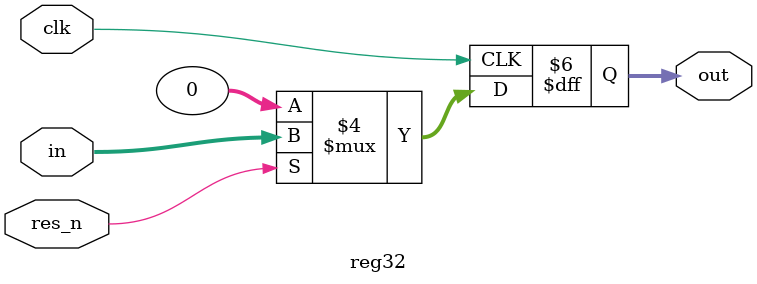
<source format=v>
module reg32(
    input clk,res_n,    //active-low
    input [31:0] in,
    output reg [31:0] out
);

    always @(posedge clk)
    begin 
    if(!res_n)
            out <= 32'b0;
        else 
            out <= in;
    end
endmodule 
</source>
